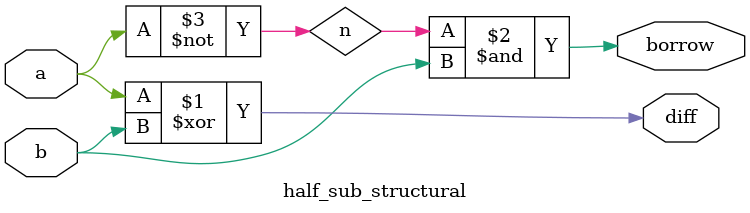
<source format=v>
`timescale 1ns / 1ps

module half_sub_structural(diff,borrow,a,b);
output diff,borrow;
input a,b;
wire n;
xor d1(diff,a,b);
not (n,a);
and a1(borrow,n,b);
endmodule

</source>
